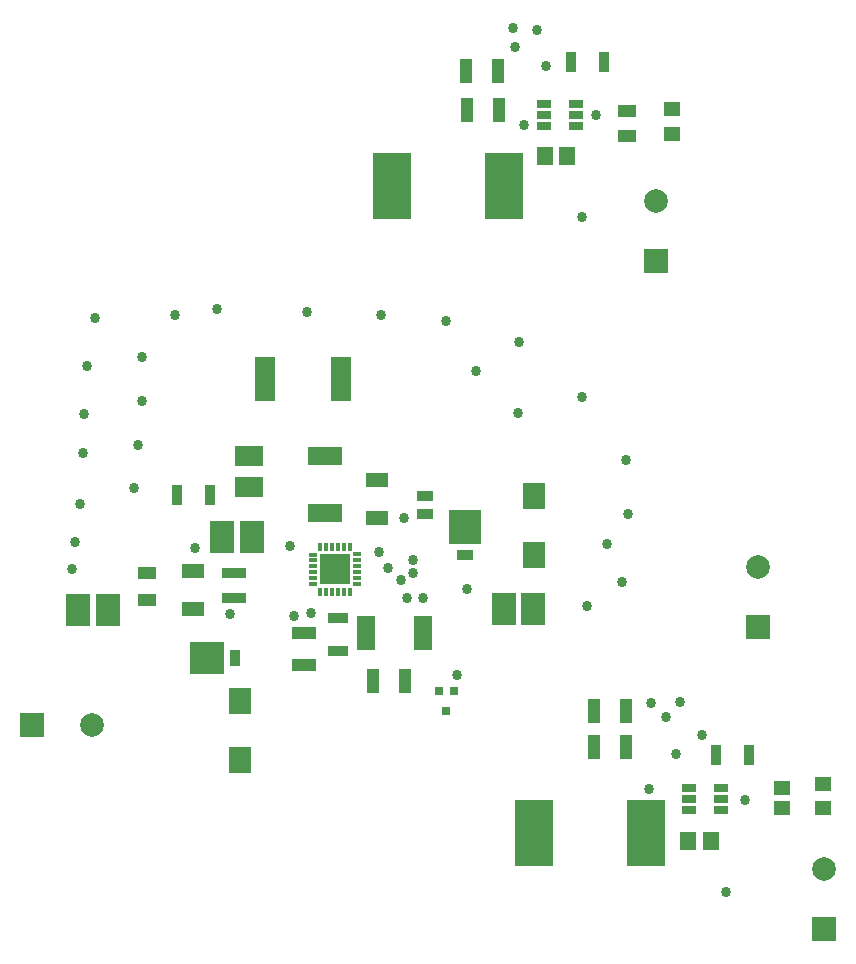
<source format=gts>
%FSTAX23Y23*%
%MOIN*%
%SFA1B1*%

%IPPOS*%
%ADD20R,0.037400X0.066900*%
%ADD21R,0.066900X0.037400*%
%ADD26R,0.082800X0.110500*%
%ADD34R,0.055400X0.061500*%
%ADD35R,0.057600X0.049400*%
%ADD36R,0.053600X0.045500*%
%ADD37R,0.053100X0.037400*%
%ADD43R,0.104500X0.104500*%
%ADD44R,0.031600X0.017800*%
%ADD45R,0.017800X0.031600*%
%ADD46R,0.074900X0.086700*%
%ADD47R,0.126100X0.224500*%
%ADD48R,0.043400X0.080800*%
%ADD49R,0.080800X0.043400*%
%ADD50R,0.059200X0.118200*%
%ADD51R,0.078900X0.037500*%
%ADD52R,0.074900X0.047400*%
%ADD53R,0.069000X0.145800*%
%ADD54R,0.118200X0.059200*%
%ADD55R,0.094600X0.067100*%
%ADD56R,0.059200X0.043400*%
%ADD57R,0.043400X0.082800*%
%ADD58R,0.051300X0.031600*%
%ADD59R,0.058000X0.038000*%
%ADD60R,0.108000X0.113100*%
%ADD61R,0.113100X0.108000*%
%ADD62R,0.038000X0.058000*%
%ADD63R,0.031600X0.031600*%
%ADD64R,0.078900X0.078900*%
%ADD65C,0.078900*%
%ADD66R,0.078900X0.078900*%
%ADD67C,0.034000*%
G54D20*
X04285Y04468D03*
X04174D03*
X04767Y02157D03*
X04657D03*
X02971Y03022D03*
X02861D03*
G54D21*
X03397Y02615D03*
Y02504D03*
G54D26*
X04049Y02644D03*
X0395D03*
X03112Y02885D03*
X03013D03*
X02532Y02639D03*
X0263D03*
G54D34*
X04641Y0187D03*
X04566D03*
X04088Y04155D03*
X04163D03*
G54D35*
X05016Y0198D03*
Y02061D03*
X04513Y04228D03*
Y04309D03*
G54D36*
X04878Y02048D03*
Y01979D03*
G54D37*
X03688Y03019D03*
Y0296D03*
G54D43*
X03388Y02776D03*
G54D44*
X03463Y02747D03*
Y02767D03*
Y02787D03*
Y02806D03*
Y02826D03*
Y02728D03*
X03314Y02747D03*
Y02766D03*
Y02786D03*
Y02806D03*
Y02825D03*
Y02727D03*
G54D45*
X03418Y02851D03*
X03398D03*
X03378D03*
X03359D03*
X03339D03*
X03437D03*
X03418Y02701D03*
X03398D03*
X03378D03*
X03359D03*
X03339D03*
X03437D03*
G54D46*
X04053Y03019D03*
Y02822D03*
X03071Y02338D03*
Y02141D03*
G54D47*
X03951Y04052D03*
X03577D03*
X0405Y01898D03*
X04424D03*
G54D48*
X03515Y02402D03*
X03622D03*
G54D49*
X03285Y02458D03*
Y02565D03*
G54D50*
X03491Y02562D03*
X0368D03*
G54D51*
X03053Y02679D03*
Y02765D03*
G54D52*
X03527Y02946D03*
Y03072D03*
X02914Y02644D03*
Y0277D03*
G54D53*
X03155Y03409D03*
X03409D03*
G54D54*
X03355Y03154D03*
Y02965D03*
G54D55*
X03102Y03155D03*
Y03049D03*
G54D56*
X02763Y02764D03*
Y02674D03*
X04363Y04302D03*
Y04219D03*
G54D57*
X04253Y02183D03*
X04359D03*
X04252Y02304D03*
X04358D03*
X03933Y04436D03*
X03826D03*
X03935Y04308D03*
X03828D03*
G54D58*
X04568Y02009D03*
Y01972D03*
X04675D03*
Y02009D03*
X04568Y02047D03*
X04675D03*
X04084Y04289D03*
X0419Y04326D03*
X04084D03*
X0419Y04289D03*
Y04252D03*
X04084D03*
G54D59*
X0382Y02824D03*
G54D60*
X0382Y02917D03*
G54D61*
X02963Y02481D03*
G54D62*
X03055Y02481D03*
G54D63*
X03734Y02369D03*
X03785D03*
X03759Y02302D03*
G54D64*
X04797Y02584D03*
X05019Y01576D03*
X04459Y03804D03*
G54D65*
X04797Y02784D03*
X04459Y04004D03*
X02579Y02258D03*
X05019Y01776D03*
G54D66*
X02379Y02258D03*
G54D67*
X03371Y028D03*
X03412Y02801D03*
X03409Y02753D03*
X03364Y02755D03*
X03238Y02852D03*
X02718Y03048D03*
X0292Y02846D03*
X0449Y02285D03*
X04526Y0216D03*
X04539Y02332D03*
X04442Y02329D03*
X02511Y02777D03*
X02523Y02866D03*
X02539Y02994D03*
X0273Y03191D03*
X02549Y03163D03*
X02744Y03338D03*
X0255Y03293D03*
X02746Y03485D03*
X02562Y03452D03*
X02587Y03615D03*
X02855Y03625D03*
X02995Y03644D03*
X03296Y03635D03*
X03542Y03623D03*
X03757Y03605D03*
X04002Y03532D03*
X03857Y03437D03*
X04211Y03349D03*
X04227Y02655D03*
X04295Y02861D03*
X04346Y02735D03*
X03989Y04516D03*
X04063Y04572D03*
X03982Y0458D03*
X04018Y04257D03*
X03795Y02425D03*
X03607Y02739D03*
X04359Y03139D03*
X03999Y03296D03*
X04366Y02961D03*
X03827Y0271D03*
X03618Y02947D03*
X03629Y02681D03*
X03683D03*
X03648Y02765D03*
Y02806D03*
X03565Y02779D03*
X03534Y02833D03*
X03039Y02626D03*
X03307Y0263D03*
X03253Y02621D03*
X04092Y04455D03*
X04212Y0395D03*
X04257Y04289D03*
X04436Y02042D03*
X0461Y02225D03*
X04755Y02007D03*
X0469Y01701D03*
M02*
</source>
